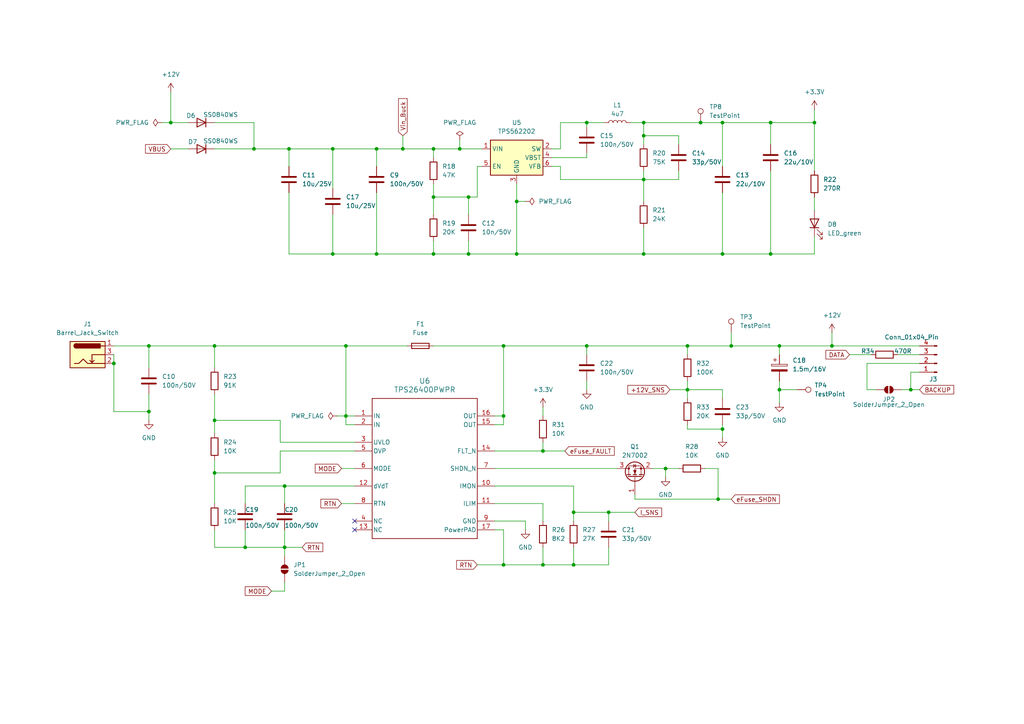
<source format=kicad_sch>
(kicad_sch (version 20250114) (generator "eeschema") (generator_version "9.0")
  (paper "A4")
  (title_block (title "Power and Regler"))
  (lib_symbols
    (symbol "2025-09-12_18-20-04:TPS26400PWPR" (pin_names (offset 0.254))
      (property "Reference" "U" (at 0 2.54 0))
      (property "Value" "TPS26400PWPR" (at 0 0 0))
      (symbol "TPS26400PWPR_0_1"
        (polyline (pts (xy 5.08 5.08) (xy 5.08 -35.56)) (stroke (width 0.2032)))
        (polyline (pts (xy 5.08 -35.56) (xy 35.56 -35.56)) (stroke (width 0.2032)))
        (polyline (pts (xy 35.56 5.08) (xy 5.08 5.08)) (stroke (width 0.2032)))
        (polyline (pts (xy 35.56 -35.56) (xy 35.56 5.08)) (stroke (width 0.2032)))
        (pin power_in line (at 0 0 0) (length 5.08) (name "IN") (number "1"))
        (pin power_in line (at 0 -2.54 0) (length 5.08) (name "IN") (number "2"))
        (pin unspecified line (at 0 -7.62 0) (length 5.08) (name "UVLO") (number "3"))
        (pin input line (at 0 -10.16 0) (length 5.08) (name "OVP") (number "5"))
        (pin input line (at 0 -15.24 0) (length 5.08) (name "MODE") (number "6"))
        (pin unspecified line (at 0 -20.32 0) (length 5.08) (name "dVdT") (number "12"))
        (pin unspecified line (at 0 -25.4 0) (length 5.08) (name "RTN") (number "8"))
        (pin unspecified line (at 0 -30.48 0) (length 5.08) (name "NC") (number "4"))
        (pin unspecified line (at 0 -33.02 0) (length 5.08) (name "NC") (number "13"))
        (pin power_in line (at 40.64 0 180) (length 5.08) (name "OUT") (number "16"))
        (pin power_in line (at 40.64 -2.54 180) (length 5.08) (name "OUT") (number "15"))
        (pin open_collector line (at 40.64 -10.16 180) (length 5.08) (name "FLT_N") (number "14"))
        (pin input line (at 40.64 -15.24 180) (length 5.08) (name "SHDN_N") (number "7"))
        (pin unspecified line (at 40.64 -20.32 180) (length 5.08) (name "IMON") (number "10"))
        (pin unspecified line (at 40.64 -25.4 180) (length 5.08) (name "ILIM") (number "11"))
        (pin power_in line (at 40.64 -30.48 180) (length 5.08) (name "GND") (number "9"))
        (pin unspecified line (at 40.64 -33.02 180) (length 5.08) (name "PowerPAD") (number "17"))
      )
    )
    (symbol "Connector:Barrel_Jack_Switch" (pin_names (hide yes))
      (property "Reference" "J" (at 0 5.334 0))
      (property "Value" "Barrel_Jack_Switch" (at 0 -5.08 0))
      (symbol "Barrel_Jack_Switch_0_1"
        (rectangle (start -5.08 3.81) (end 5.08 -3.81) (stroke (width 0.254)) (fill (type background)))
        (polyline (pts (xy -3.81 -2.54) (xy -2.54 -2.54) (xy -1.27 -1.27) (xy 0 -2.54) (xy 2.54 -2.54) (xy 5.08 -2.54)) (stroke (width 0.254)))
        (arc (start -3.302 1.905) (mid -3.9343 2.54) (end -3.302 3.175) (stroke (width 0.254)))
        (arc (start -3.302 1.905) (mid -3.9343 2.54) (end -3.302 3.175) (stroke (width 0.254)) (fill (type outline)))
        (polyline (pts (xy 1.27 -2.286) (xy 1.905 -1.651)) (stroke (width 0.254)))
        (rectangle (start 3.683 3.175) (end -3.302 1.905) (stroke (width 0.254)) (fill (type outline)))
        (polyline (pts (xy 5.08 2.54) (xy 3.81 2.54)) (stroke (width 0.254)))
        (polyline (pts (xy 5.08 0) (xy 1.27 0) (xy 1.27 -2.286) (xy 0.635 -1.651)) (stroke (width 0.254)))
      )
      (symbol "Barrel_Jack_Switch_1_1"
        (pin passive line (at 7.62 2.54 180) (length 2.54) (name "~") (number "1"))
        (pin passive line (at 7.62 0 180) (length 2.54) (name "~") (number "3"))
        (pin passive line (at 7.62 -2.54 180) (length 2.54) (name "~") (number "2"))
      )
    )
    (symbol "Connector:Conn_01x04_Pin" (pin_names (offset 1.016) (hide yes))
      (property "Reference" "J" (at 0 5.08 0))
      (property "Value" "Conn_01x04_Pin" (at 0 -7.62 0))
      (symbol "Conn_01x04_Pin_1_1"
        (rectangle (start 0.8636 2.667) (end 0 2.413) (stroke (width 0.1524)) (fill (type outline)))
        (rectangle (start 0.8636 0.127) (end 0 -0.127) (stroke (width 0.1524)) (fill (type outline)))
        (rectangle (start 0.8636 -2.413) (end 0 -2.667) (stroke (width 0.1524)) (fill (type outline)))
        (rectangle (start 0.8636 -4.953) (end 0 -5.207) (stroke (width 0.1524)) (fill (type outline)))
        (polyline (pts (xy 1.27 2.54) (xy 0.8636 2.54)) (stroke (width 0.1524)))
        (polyline (pts (xy 1.27 0) (xy 0.8636 0)) (stroke (width 0.1524)))
        (polyline (pts (xy 1.27 -2.54) (xy 0.8636 -2.54)) (stroke (width 0.1524)))
        (polyline (pts (xy 1.27 -5.08) (xy 0.8636 -5.08)) (stroke (width 0.1524)))
        (pin passive line (at 5.08 2.54 180) (length 3.81) (name "Pin_1") (number "1"))
        (pin passive line (at 5.08 0 180) (length 3.81) (name "Pin_2") (number "2"))
        (pin passive line (at 5.08 -2.54 180) (length 3.81) (name "Pin_3") (number "3"))
        (pin passive line (at 5.08 -5.08 180) (length 3.81) (name "Pin_4") (number "4"))
      )
    )
    (symbol "Connector:TestPoint" (pin_numbers (hide yes)) (pin_names (offset 0.762) (hide yes))
      (property "Reference" "TP" (at 0 6.858 0))
      (property "Value" "TestPoint" (at 0 5.08 0))
      (symbol "TestPoint_0_1"
        (circle (center 0 3.302) (radius 0.762))
      )
      (symbol "TestPoint_1_1"
        (pin passive line (at 0 0 90) (length 2.54) (name "1") (number "1"))
      )
    )
    (symbol "Device:C" (pin_numbers (hide yes)) (pin_names (offset 0.254))
      (property "Reference" "C" (at 0.635 2.54 0))
      (property "Value" "C" (at 0.635 -2.54 0))
      (symbol "C_0_1"
        (polyline (pts (xy -2.032 0.762) (xy 2.032 0.762)) (stroke (width 0.508)))
        (polyline (pts (xy -2.032 -0.762) (xy 2.032 -0.762)) (stroke (width 0.508)))
      )
      (symbol "C_1_1"
        (pin passive line (at 0 3.81 270) (length 2.794) (name "~") (number "1"))
        (pin passive line (at 0 -3.81 90) (length 2.794) (name "~") (number "2"))
      )
    )
    (symbol "Device:C_Polarized" (pin_numbers (hide yes)) (pin_names (offset 0.254))
      (property "Reference" "C" (at 0.635 2.54 0))
      (property "Value" "C_Polarized" (at 0.635 -2.54 0))
      (symbol "C_Polarized_0_1"
        (rectangle (start -2.286 0.508) (end 2.286 1.016))
        (polyline (pts (xy -1.778 2.286) (xy -0.762 2.286)))
        (polyline (pts (xy -1.27 2.794) (xy -1.27 1.778)))
        (rectangle (start 2.286 -0.508) (end -2.286 -1.016) (fill (type outline)))
      )
      (symbol "C_Polarized_1_1"
        (pin passive line (at 0 3.81 270) (length 2.794) (name "~") (number "1"))
        (pin passive line (at 0 -3.81 90) (length 2.794) (name "~") (number "2"))
      )
    )
    (symbol "Device:D" (pin_numbers (hide yes)) (pin_names (offset 1.016) (hide yes))
      (property "Reference" "D" (at 0 2.54 0))
      (property "Value" "D" (at 0 -2.54 0))
      (symbol "D_0_1"
        (polyline (pts (xy -1.27 1.27) (xy -1.27 -1.27)) (stroke (width 0.254)))
        (polyline (pts (xy 1.27 1.27) (xy 1.27 -1.27) (xy -1.27 0) (xy 1.27 1.27)) (stroke (width 0.254)))
        (polyline (pts (xy 1.27 0) (xy -1.27 0)))
      )
      (symbol "D_1_1"
        (pin passive line (at -3.81 0 0) (length 2.54) (name "K") (number "1"))
        (pin passive line (at 3.81 0 180) (length 2.54) (name "A") (number "2"))
      )
    )
    (symbol "Device:Fuse" (pin_numbers (hide yes)) (pin_names (offset 0))
      (property "Reference" "F" (at 2.032 0 90))
      (property "Value" "Fuse" (at -1.905 0 90))
      (symbol "Fuse_0_1"
        (rectangle (start -0.762 -2.54) (end 0.762 2.54) (stroke (width 0.254)))
        (polyline (pts (xy 0 2.54) (xy 0 -2.54)))
      )
      (symbol "Fuse_1_1"
        (pin passive line (at 0 3.81 270) (length 1.27) (name "~") (number "1"))
        (pin passive line (at 0 -3.81 90) (length 1.27) (name "~") (number "2"))
      )
    )
    (symbol "Device:L" (pin_numbers (hide yes)) (pin_names (offset 1.016) (hide yes))
      (property "Reference" "L" (at -1.27 0 90))
      (property "Value" "L" (at 1.905 0 90))
      (symbol "L_0_1"
        (arc (start 0 2.54) (mid 0.6323 1.905) (end 0 1.27))
        (arc (start 0 1.27) (mid 0.6323 0.635) (end 0 0))
        (arc (start 0 0) (mid 0.6323 -0.635) (end 0 -1.27))
        (arc (start 0 -1.27) (mid 0.6323 -1.905) (end 0 -2.54))
      )
      (symbol "L_1_1"
        (pin passive line (at 0 3.81 270) (length 1.27) (name "1") (number "1"))
        (pin passive line (at 0 -3.81 90) (length 1.27) (name "2") (number "2"))
      )
    )
    (symbol "Device:LED" (pin_numbers (hide yes)) (pin_names (offset 1.016) (hide yes))
      (property "Reference" "D" (at 0 2.54 0))
      (property "Value" "LED" (at 0 -2.54 0))
      (symbol "LED_0_1"
        (polyline (pts (xy -3.048 -0.762) (xy -4.572 -2.286) (xy -3.81 -2.286) (xy -4.572 -2.286) (xy -4.572 -1.524)))
        (polyline (pts (xy -1.778 -0.762) (xy -3.302 -2.286) (xy -2.54 -2.286) (xy -3.302 -2.286) (xy -3.302 -1.524)))
        (polyline (pts (xy -1.27 0) (xy 1.27 0)))
        (polyline (pts (xy -1.27 -1.27) (xy -1.27 1.27)) (stroke (width 0.254)))
        (polyline (pts (xy 1.27 -1.27) (xy 1.27 1.27) (xy -1.27 0) (xy 1.27 -1.27)) (stroke (width 0.254)))
      )
      (symbol "LED_1_1"
        (pin passive line (at -3.81 0 0) (length 2.54) (name "K") (number "1"))
        (pin passive line (at 3.81 0 180) (length 2.54) (name "A") (number "2"))
      )
    )
    (symbol "Device:R" (pin_numbers (hide yes)) (pin_names (offset 0))
      (property "Reference" "R" (at 2.032 0 90))
      (property "Value" "R" (at 0 0 90))
      (symbol "R_0_1"
        (rectangle (start -1.016 -2.54) (end 1.016 2.54) (stroke (width 0.254)))
      )
      (symbol "R_1_1"
        (pin passive line (at 0 3.81 270) (length 1.27) (name "~") (number "1"))
        (pin passive line (at 0 -3.81 90) (length 1.27) (name "~") (number "2"))
      )
    )
    (symbol "Jumper:SolderJumper_2_Open" (pin_numbers (hide yes)) (pin_names (offset 0) (hide yes)) (in_bom no)
      (property "Reference" "JP" (at 0 2.032 0))
      (property "Value" "SolderJumper_2_Open" (at 0 -2.54 0))
      (symbol "SolderJumper_2_Open_0_1"
        (polyline (pts (xy -0.254 1.016) (xy -0.254 -1.016)))
        (arc (start -0.254 -1.016) (mid -1.2656 0) (end -0.254 1.016))
        (arc (start -0.254 -1.016) (mid -1.2656 0) (end -0.254 1.016) (fill (type outline)))
        (arc (start 0.254 1.016) (mid 1.2656 0) (end 0.254 -1.016))
        (arc (start 0.254 1.016) (mid 1.2656 0) (end 0.254 -1.016) (fill (type outline)))
        (polyline (pts (xy 0.254 1.016) (xy 0.254 -1.016)))
      )
      (symbol "SolderJumper_2_Open_1_1"
        (pin passive line (at -3.81 0 0) (length 2.54) (name "A") (number "1"))
        (pin passive line (at 3.81 0 180) (length 2.54) (name "B") (number "2"))
      )
    )
    (symbol "Regulator_Switching:TPS562202"
      (property "Reference" "U" (at -7.62 6.35 0))
      (property "Value" "TPS562202" (at -2.54 6.35 0))
      (symbol "TPS562202_0_1"
        (rectangle (start -7.62 5.08) (end 7.62 -5.08) (stroke (width 0.254)) (fill (type background)))
      )
      (symbol "TPS562202_1_1"
        (pin power_in line (at -10.16 2.54 0) (length 2.54) (name "VIN") (number "1"))
        (pin input line (at -10.16 -2.54 0) (length 2.54) (name "EN") (number "5"))
        (pin power_in line (at 0 -7.62 90) (length 2.54) (name "GND") (number "3"))
        (pin output line (at 10.16 2.54 180) (length 2.54) (name "SW") (number "2"))
        (pin passive line (at 10.16 0 180) (length 2.54) (name "VBST") (number "4"))
        (pin input line (at 10.16 -2.54 180) (length 2.54) (name "VFB") (number "6"))
      )
    )
    (symbol "Transistor_FET:2N7002" (pin_names (hide yes))
      (property "Reference" "Q" (at 5.08 1.905 0))
      (property "Value" "2N7002" (at 5.08 0 0))
      (symbol "2N7002_0_1"
        (polyline (pts (xy 0.254 1.905) (xy 0.254 -1.905)) (stroke (width 0.254)))
        (polyline (pts (xy 0.254 0) (xy -2.54 0)))
        (polyline (pts (xy 0.762 2.286) (xy 0.762 1.27)) (stroke (width 0.254)))
        (polyline (pts (xy 0.762 0.508) (xy 0.762 -0.508)) (stroke (width 0.254)))
        (polyline (pts (xy 0.762 -1.27) (xy 0.762 -2.286)) (stroke (width 0.254)))
        (polyline (pts (xy 0.762 -1.778) (xy 3.302 -1.778) (xy 3.302 1.778) (xy 0.762 1.778)))
        (polyline (pts (xy 1.016 0) (xy 2.032 0.381) (xy 2.032 -0.381) (xy 1.016 0)) (fill (type outline)))
        (circle (center 1.651 0) (radius 2.794) (stroke (width 0.254)))
        (polyline (pts (xy 2.54 2.54) (xy 2.54 1.778)))
        (circle (center 2.54 1.778) (radius 0.254) (fill (type outline)))
        (circle (center 2.54 -1.778) (radius 0.254) (fill (type outline)))
        (polyline (pts (xy 2.54 -2.54) (xy 2.54 0) (xy 0.762 0)))
        (polyline (pts (xy 2.794 0.508) (xy 2.921 0.381) (xy 3.683 0.381) (xy 3.81 0.254)))
        (polyline (pts (xy 3.302 0.381) (xy 2.921 -0.254) (xy 3.683 -0.254) (xy 3.302 0.381)))
      )
      (symbol "2N7002_1_1"
        (pin input line (at -5.08 0 0) (length 2.54) (name "G") (number "1"))
        (pin passive line (at 2.54 5.08 270) (length 2.54) (name "D") (number "3"))
        (pin passive line (at 2.54 -5.08 90) (length 2.54) (name "S") (number "2"))
      )
    )
    (symbol "power:+12V" (power) (pin_numbers (hide yes)) (pin_names (offset 0) (hide yes))
      (property "Value" "+12V" (at 0 3.556 0))
      (symbol "+12V_0_1"
        (polyline (pts (xy -0.762 1.27) (xy 0 2.54)))
        (polyline (pts (xy 0 2.54) (xy 0.762 1.27)))
        (polyline (pts (xy 0 0) (xy 0 2.54)))
      )
      (symbol "+12V_1_1"
        (pin power_in line (at 0 0 90) (length 0) (name "~") (number "1"))
      )
    )
    (symbol "power:+3.3V" (power) (pin_numbers (hide yes)) (pin_names (offset 0) (hide yes))
      (property "Value" "+3.3V" (at 0 3.556 0))
      (symbol "+3.3V_0_1"
        (polyline (pts (xy -0.762 1.27) (xy 0 2.54)))
        (polyline (pts (xy 0 2.54) (xy 0.762 1.27)))
        (polyline (pts (xy 0 0) (xy 0 2.54)))
      )
      (symbol "+3.3V_1_1"
        (pin power_in line (at 0 0 90) (length 0) (name "~") (number "1"))
      )
    )
    (symbol "power:GND" (power) (pin_numbers (hide yes)) (pin_names (offset 0) (hide yes))
      (property "Value" "GND" (at 0 -3.81 0))
      (symbol "GND_0_1"
        (polyline (pts (xy 0 0) (xy 0 -1.27) (xy 1.27 -1.27) (xy 0 -2.54) (xy -1.27 -1.27) (xy 0 -1.27)))
      )
      (symbol "GND_1_1"
        (pin power_in line (at 0 0 270) (length 0) (name "~") (number "1"))
      )
    )
    (symbol "power:PWR_FLAG" (power) (pin_numbers (hide yes)) (pin_names (offset 0) (hide yes))
      (property "Value" "PWR_FLAG" (at 0 3.81 0))
      (symbol "PWR_FLAG_0_0"
        (pin power_out line (at 0 0 90) (length 0) (name "~") (number "1"))
      )
      (symbol "PWR_FLAG_0_1"
        (polyline (pts (xy 0 0) (xy 0 1.27) (xy -1.016 1.905) (xy 0 2.54) (xy 1.016 1.905) (xy 0 1.27)))
      )
    )
  )
  (junction (at 116.84 43.18))
  (junction (at 209.55 73.66))
  (junction (at 125.73 73.66))
  (junction (at 62.23 121.92))
  (junction (at 203.2 35.56))
  (junction (at 236.22 35.56))
  (junction (at 82.55 140.97))
  (junction (at 33.02 105.41))
  (junction (at 71.12 158.75))
  (junction (at 133.35 43.18))
  (junction (at 157.48 163.83))
  (junction (at 149.86 58.42))
  (junction (at 73.66 43.18))
  (junction (at 199.39 113.03))
  (junction (at 83.82 43.18))
  (junction (at 193.04 135.89))
  (junction (at 146.05 120.65))
  (junction (at 264.16 113.03))
  (junction (at 100.33 100.33))
  (junction (at 226.06 113.03))
  (junction (at 109.22 43.18))
  (junction (at 176.53 148.59))
  (junction (at 100.33 120.65))
  (junction (at 170.18 35.56))
  (junction (at 135.89 73.66))
  (junction (at 186.69 52.07))
  (junction (at 170.18 100.33))
  (junction (at 49.53 35.56))
  (junction (at 43.18 119.38))
  (junction (at 109.22 73.66))
  (junction (at 135.89 57.15))
  (junction (at 62.23 137.16))
  (junction (at 166.37 148.59))
  (junction (at 186.69 39.37))
  (junction (at 125.73 43.18))
  (junction (at 43.18 100.33))
  (junction (at 223.52 73.66))
  (junction (at 146.05 100.33))
  (junction (at 96.52 73.66))
  (junction (at 241.3 100.33))
  (junction (at 209.55 35.56))
  (junction (at 146.05 163.83))
  (junction (at 62.23 100.33))
  (junction (at 186.69 35.56))
  (junction (at 208.28 144.78))
  (junction (at 157.48 130.81))
  (junction (at 125.73 57.15))
  (junction (at 226.06 100.33))
  (junction (at 166.37 163.83))
  (junction (at 186.69 73.66))
  (junction (at 96.52 43.18))
  (junction (at 82.55 158.75))
  (junction (at 223.52 35.56))
  (junction (at 149.86 73.66))
  (junction (at 209.55 124.46))
  (junction (at 199.39 100.33))
  (junction (at 212.09 100.33))
  (no_connect (at 102.87 151.13))
  (no_connect (at 102.87 153.67))
  (wire (pts (xy 203.2 35.56) (xy 209.55 35.56)))
  (wire (pts (xy 83.82 43.18) (xy 96.52 43.18)))
  (wire (pts (xy 162.56 48.26) (xy 162.56 52.07)))
  (wire (pts (xy 125.73 57.15) (xy 125.73 62.23)))
  (wire (pts (xy 182.88 35.56) (xy 186.69 35.56)))
  (wire (pts (xy 143.51 146.05) (xy 157.48 146.05)))
  (wire (pts (xy 160.02 48.26) (xy 162.56 48.26)))
  (wire (pts (xy 125.73 100.33) (xy 146.05 100.33)))
  (wire (pts (xy 162.56 43.18) (xy 160.02 43.18)))
  (wire (pts (xy 96.52 54.61) (xy 96.52 43.18)))
  (wire (pts (xy 82.55 140.97) (xy 82.55 146.05)))
  (wire (pts (xy 260.35 102.87) (xy 266.7 102.87)))
  (wire (pts (xy 176.53 158.75) (xy 176.53 163.83)))
  (wire (pts (xy 33.02 102.87) (xy 33.02 105.41)))
  (wire (pts (xy 146.05 120.65) (xy 146.05 123.19)))
  (wire (pts (xy 100.33 120.65) (xy 100.33 100.33)))
  (wire (pts (xy 146.05 100.33) (xy 146.05 120.65)))
  (wire (pts (xy 152.4 58.42) (xy 149.86 58.42)))
  (wire (pts (xy 208.28 135.89) (xy 204.47 135.89)))
  (wire (pts (xy 199.39 100.33) (xy 199.39 102.87)))
  (wire (pts (xy 251.46 113.03) (xy 254 113.03)))
  (wire (pts (xy 49.53 43.18) (xy 54.61 43.18)))
  (wire (pts (xy 83.82 55.88) (xy 83.82 73.66)))
  (wire (pts (xy 166.37 158.75) (xy 166.37 163.83)))
  (wire (pts (xy 199.39 110.49) (xy 199.39 113.03)))
  (wire (pts (xy 170.18 35.56) (xy 175.26 35.56)))
  (wire (pts (xy 109.22 73.66) (xy 125.73 73.66)))
  (wire (pts (xy 170.18 44.45) (xy 170.18 45.72)))
  (wire (pts (xy 82.55 158.75) (xy 82.55 161.29)))
  (wire (pts (xy 62.23 137.16) (xy 62.23 146.05)))
  (wire (pts (xy 266.7 105.41) (xy 251.46 105.41)))
  (wire (pts (xy 135.89 57.15) (xy 125.73 57.15)))
  (wire (pts (xy 170.18 100.33) (xy 170.18 102.87)))
  (wire (pts (xy 83.82 48.26) (xy 83.82 43.18)))
  (wire (pts (xy 62.23 100.33) (xy 100.33 100.33)))
  (wire (pts (xy 186.69 35.56) (xy 186.69 39.37)))
  (wire (pts (xy 223.52 73.66) (xy 236.22 73.66)))
  (wire (pts (xy 157.48 128.27) (xy 157.48 130.81)))
  (wire (pts (xy 146.05 163.83) (xy 138.43 163.83)))
  (wire (pts (xy 186.69 49.53) (xy 186.69 52.07)))
  (wire (pts (xy 170.18 35.56) (xy 170.18 36.83)))
  (wire (pts (xy 176.53 151.13) (xy 176.53 148.59)))
  (wire (pts (xy 152.4 151.13) (xy 152.4 153.67)))
  (wire (pts (xy 62.23 133.35) (xy 62.23 137.16)))
  (wire (pts (xy 226.06 113.03) (xy 231.14 113.03)))
  (wire (pts (xy 226.06 110.49) (xy 226.06 113.03)))
  (wire (pts (xy 223.52 49.53) (xy 223.52 73.66)))
  (wire (pts (xy 143.51 153.67) (xy 146.05 153.67)))
  (wire (pts (xy 62.23 35.56) (xy 73.66 35.56)))
  (wire (pts (xy 196.85 52.07) (xy 186.69 52.07)))
  (wire (pts (xy 62.23 137.16) (xy 81.28 137.16)))
  (wire (pts (xy 264.16 113.03) (xy 266.7 113.03)))
  (wire (pts (xy 209.55 115.57) (xy 209.55 113.03)))
  (wire (pts (xy 209.55 124.46) (xy 209.55 123.19)))
  (wire (pts (xy 97.79 120.65) (xy 100.33 120.65)))
  (wire (pts (xy 209.55 124.46) (xy 209.55 127)))
  (wire (pts (xy 209.55 113.03) (xy 199.39 113.03)))
  (wire (pts (xy 125.73 43.18) (xy 133.35 43.18)))
  (wire (pts (xy 226.06 113.03) (xy 226.06 116.84)))
  (wire (pts (xy 146.05 123.19) (xy 143.51 123.19)))
  (wire (pts (xy 264.16 107.95) (xy 266.7 107.95)))
  (wire (pts (xy 264.16 113.03) (xy 264.16 107.95)))
  (wire (pts (xy 166.37 163.83) (xy 176.53 163.83)))
  (wire (pts (xy 166.37 140.97) (xy 166.37 148.59)))
  (wire (pts (xy 71.12 140.97) (xy 71.12 146.05)))
  (wire (pts (xy 149.86 53.34) (xy 149.86 58.42)))
  (wire (pts (xy 43.18 119.38) (xy 43.18 121.92)))
  (wire (pts (xy 236.22 68.58) (xy 236.22 73.66)))
  (wire (pts (xy 71.12 158.75) (xy 82.55 158.75)))
  (wire (pts (xy 143.51 140.97) (xy 166.37 140.97)))
  (wire (pts (xy 33.02 105.41) (xy 33.02 119.38)))
  (wire (pts (xy 143.51 135.89) (xy 179.07 135.89)))
  (wire (pts (xy 81.28 130.81) (xy 81.28 137.16)))
  (wire (pts (xy 226.06 100.33) (xy 241.3 100.33)))
  (wire (pts (xy 160.02 45.72) (xy 170.18 45.72)))
  (wire (pts (xy 186.69 52.07) (xy 186.69 58.42)))
  (wire (pts (xy 209.55 73.66) (xy 223.52 73.66)))
  (wire (pts (xy 146.05 100.33) (xy 170.18 100.33)))
  (wire (pts (xy 73.66 35.56) (xy 73.66 43.18)))
  (wire (pts (xy 157.48 130.81) (xy 163.83 130.81)))
  (wire (pts (xy 100.33 120.65) (xy 100.33 123.19)))
  (wire (pts (xy 241.3 96.52) (xy 241.3 100.33)))
  (wire (pts (xy 116.84 43.18) (xy 125.73 43.18)))
  (wire (pts (xy 193.04 135.89) (xy 193.04 138.43)))
  (wire (pts (xy 102.87 120.65) (xy 100.33 120.65)))
  (wire (pts (xy 100.33 123.19) (xy 102.87 123.19)))
  (wire (pts (xy 189.23 135.89) (xy 193.04 135.89)))
  (wire (pts (xy 133.35 43.18) (xy 139.7 43.18)))
  (wire (pts (xy 49.53 26.67) (xy 49.53 35.56)))
  (wire (pts (xy 209.55 55.88) (xy 209.55 73.66)))
  (wire (pts (xy 125.73 43.18) (xy 125.73 45.72)))
  (wire (pts (xy 102.87 128.27) (xy 81.28 128.27)))
  (wire (pts (xy 33.02 100.33) (xy 43.18 100.33)))
  (wire (pts (xy 62.23 158.75) (xy 71.12 158.75)))
  (wire (pts (xy 143.51 151.13) (xy 152.4 151.13)))
  (wire (pts (xy 96.52 62.23) (xy 96.52 73.66)))
  (wire (pts (xy 43.18 114.3) (xy 43.18 119.38)))
  (wire (pts (xy 236.22 35.56) (xy 223.52 35.56)))
  (wire (pts (xy 99.06 135.89) (xy 102.87 135.89)))
  (wire (pts (xy 226.06 100.33) (xy 226.06 102.87)))
  (wire (pts (xy 62.23 121.92) (xy 62.23 125.73)))
  (wire (pts (xy 43.18 100.33) (xy 43.18 106.68)))
  (wire (pts (xy 96.52 73.66) (xy 109.22 73.66)))
  (wire (pts (xy 199.39 100.33) (xy 212.09 100.33)))
  (wire (pts (xy 96.52 43.18) (xy 109.22 43.18)))
  (wire (pts (xy 170.18 100.33) (xy 199.39 100.33)))
  (wire (pts (xy 81.28 128.27) (xy 81.28 121.92)))
  (wire (pts (xy 82.55 171.45) (xy 78.74 171.45)))
  (wire (pts (xy 139.7 48.26) (xy 138.43 48.26)))
  (wire (pts (xy 135.89 57.15) (xy 135.89 62.23)))
  (wire (pts (xy 170.18 110.49) (xy 170.18 113.03)))
  (wire (pts (xy 212.09 100.33) (xy 226.06 100.33)))
  (wire (pts (xy 100.33 100.33) (xy 118.11 100.33)))
  (wire (pts (xy 196.85 41.91) (xy 196.85 39.37)))
  (wire (pts (xy 83.82 73.66) (xy 96.52 73.66)))
  (wire (pts (xy 236.22 57.15) (xy 236.22 60.96)))
  (wire (pts (xy 212.09 96.52) (xy 212.09 100.33)))
  (wire (pts (xy 135.89 69.85) (xy 135.89 73.66)))
  (wire (pts (xy 199.39 113.03) (xy 199.39 115.57)))
  (wire (pts (xy 236.22 35.56) (xy 236.22 49.53)))
  (wire (pts (xy 146.05 153.67) (xy 146.05 163.83)))
  (wire (pts (xy 125.73 73.66) (xy 135.89 73.66)))
  (wire (pts (xy 82.55 153.67) (xy 82.55 158.75)))
  (wire (pts (xy 199.39 123.19) (xy 199.39 124.46)))
  (wire (pts (xy 196.85 39.37) (xy 186.69 39.37)))
  (wire (pts (xy 138.43 48.26) (xy 138.43 57.15)))
  (wire (pts (xy 62.23 153.67) (xy 62.23 158.75)))
  (wire (pts (xy 162.56 35.56) (xy 170.18 35.56)))
  (wire (pts (xy 209.55 35.56) (xy 223.52 35.56)))
  (wire (pts (xy 81.28 121.92) (xy 62.23 121.92)))
  (wire (pts (xy 143.51 120.65) (xy 146.05 120.65)))
  (wire (pts (xy 149.86 58.42) (xy 149.86 73.66)))
  (wire (pts (xy 125.73 57.15) (xy 125.73 53.34)))
  (wire (pts (xy 99.06 146.05) (xy 102.87 146.05)))
  (wire (pts (xy 157.48 146.05) (xy 157.48 151.13)))
  (wire (pts (xy 157.48 118.11) (xy 157.48 120.65)))
  (wire (pts (xy 138.43 57.15) (xy 135.89 57.15)))
  (wire (pts (xy 157.48 158.75) (xy 157.48 163.83)))
  (wire (pts (xy 62.23 43.18) (xy 73.66 43.18)))
  (wire (pts (xy 184.15 144.78) (xy 208.28 144.78)))
  (wire (pts (xy 71.12 153.67) (xy 71.12 158.75)))
  (wire (pts (xy 208.28 144.78) (xy 212.09 144.78)))
  (wire (pts (xy 125.73 69.85) (xy 125.73 73.66)))
  (wire (pts (xy 261.62 113.03) (xy 264.16 113.03)))
  (wire (pts (xy 162.56 52.07) (xy 186.69 52.07)))
  (wire (pts (xy 33.02 119.38) (xy 43.18 119.38)))
  (wire (pts (xy 194.31 113.03) (xy 199.39 113.03)))
  (wire (pts (xy 62.23 100.33) (xy 62.23 106.68)))
  (wire (pts (xy 199.39 124.46) (xy 209.55 124.46)))
  (wire (pts (xy 196.85 49.53) (xy 196.85 52.07)))
  (wire (pts (xy 109.22 55.88) (xy 109.22 73.66)))
  (wire (pts (xy 193.04 135.89) (xy 196.85 135.89)))
  (wire (pts (xy 246.38 102.87) (xy 252.73 102.87)))
  (wire (pts (xy 209.55 35.56) (xy 209.55 48.26)))
  (wire (pts (xy 82.55 168.91) (xy 82.55 171.45)))
  (wire (pts (xy 186.69 39.37) (xy 186.69 41.91)))
  (wire (pts (xy 162.56 35.56) (xy 162.56 43.18)))
  (wire (pts (xy 184.15 143.51) (xy 184.15 144.78)))
  (wire (pts (xy 236.22 31.75) (xy 236.22 35.56)))
  (wire (pts (xy 82.55 158.75) (xy 87.63 158.75)))
  (wire (pts (xy 223.52 35.56) (xy 223.52 41.91)))
  (wire (pts (xy 251.46 105.41) (xy 251.46 113.03)))
  (wire (pts (xy 102.87 130.81) (xy 81.28 130.81)))
  (wire (pts (xy 166.37 163.83) (xy 157.48 163.83)))
  (wire (pts (xy 46.99 35.56) (xy 49.53 35.56)))
  (wire (pts (xy 82.55 140.97) (xy 71.12 140.97)))
  (wire (pts (xy 43.18 100.33) (xy 62.23 100.33)))
  (wire (pts (xy 82.55 140.97) (xy 102.87 140.97)))
  (wire (pts (xy 62.23 114.3) (xy 62.23 121.92)))
  (wire (pts (xy 143.51 130.81) (xy 157.48 130.81)))
  (wire (pts (xy 186.69 35.56) (xy 203.2 35.56)))
  (wire (pts (xy 208.28 144.78) (xy 208.28 135.89)))
  (wire (pts (xy 49.53 35.56) (xy 54.61 35.56)))
  (wire (pts (xy 241.3 100.33) (xy 266.7 100.33)))
  (wire (pts (xy 109.22 43.18) (xy 116.84 43.18)))
  (wire (pts (xy 186.69 66.04) (xy 186.69 73.66)))
  (wire (pts (xy 133.35 40.64) (xy 133.35 43.18)))
  (wire (pts (xy 149.86 73.66) (xy 186.69 73.66)))
  (wire (pts (xy 186.69 73.66) (xy 209.55 73.66)))
  (wire (pts (xy 166.37 148.59) (xy 176.53 148.59)))
  (wire (pts (xy 176.53 148.59) (xy 184.15 148.59)))
  (wire (pts (xy 135.89 73.66) (xy 149.86 73.66)))
  (wire (pts (xy 109.22 48.26) (xy 109.22 43.18)))
  (wire (pts (xy 157.48 163.83) (xy 146.05 163.83)))
  (wire (pts (xy 116.84 39.37) (xy 116.84 43.18)))
  (wire (pts (xy 166.37 148.59) (xy 166.37 151.13)))
  (wire (pts (xy 73.66 43.18) (xy 83.82 43.18)))
  (global_label "eFuse_FAULT" (shape input) (at 163.83 130.81 0) (property "Intersheetrefs" "${INTERSHEET_REFS}" (effects (hide yes))))
  (global_label "RTN" (shape input) (at 87.63 158.75 0) (property "Intersheetrefs" "${INTERSHEET_REFS}" (effects (hide yes))))
  (global_label "eFuse_SHDN" (shape input) (at 212.09 144.78 0) (property "Intersheetrefs" "${INTERSHEET_REFS}" (effects (hide yes))))
  (global_label "MODE" (shape input) (at 78.74 171.45 180) (property "Intersheetrefs" "${INTERSHEET_REFS}" (effects (hide yes))))
  (global_label "BACKUP" (shape input) (at 266.7 113.03 0) (property "Intersheetrefs" "${INTERSHEET_REFS}" (effects (hide yes))))
  (global_label "VBUS" (shape input) (at 49.53 43.18 180) (property "Intersheetrefs" "${INTERSHEET_REFS}" (effects (hide yes))))
  (global_label "MODE" (shape input) (at 99.06 135.89 180) (property "Intersheetrefs" "${INTERSHEET_REFS}" (effects (hide yes))))
  (global_label "RTN" (shape input) (at 138.43 163.83 180) (property "Intersheetrefs" "${INTERSHEET_REFS}" (effects (hide yes))))
  (global_label "RTN" (shape input) (at 99.06 146.05 180) (property "Intersheetrefs" "${INTERSHEET_REFS}" (effects (hide yes))))
  (global_label "I_SNS" (shape input) (at 184.15 148.59 0) (property "Intersheetrefs" "${INTERSHEET_REFS}" (effects (hide yes))))
  (global_label "+12V_SNS" (shape input) (at 194.31 113.03 180) (property "Intersheetrefs" "${INTERSHEET_REFS}" (effects (hide yes))))
  (global_label "DATA" (shape input) (at 246.38 102.87 180) (property "Intersheetrefs" "${INTERSHEET_REFS}" (effects (hide yes))))
  (global_label "Vin_Buck" (shape input) (at 116.84 39.37 90) (property "Intersheetrefs" "${INTERSHEET_REFS}" (effects (hide yes))))
  (symbol (lib_id "Transistor_FET:2N7002") (at 184.15 138.43 90) (unit 1)
    (property "Reference" "Q1" (at 184.15 129.54 90))
    (property "Value" "2N7002" (at 184.15 132.08 90))
    (property "Footprint" "Package_TO_SOT_SMD:SOT-23" (effects (hide yes)))
    (property "Datasheet" "https://www.onsemi.com/pub/Collateral/NDS7002A-D.PDF" (effects (hide yes)))
    (property "Description" "0.115A Id, 60V Vds, N-Channel MOSFET, SOT-23" (effects (hide yes)))
  )
  (symbol (lib_id "Device:C") (at 209.55 52.07 0) (unit 1)
    (property "Reference" "C13" (at 213.36 50.7999 0) (effects (justify left)))
    (property "Value" "22u/10V" (at 213.36 53.3399 0) (effects (justify left)))
    (property "Footprint" "Capacitor_SMD:C_1206_3216Metric" (effects (hide yes)))
    (property "Description" "Unpolarized capacitor" (effects (hide yes)))
  )
  (symbol (lib_id "Device:C") (at 82.55 149.86 180) (unit 1)
    (property "Reference" "C20" (at 82.55 147.828 0) (effects (justify right)))
    (property "Value" "100n/50V" (at 82.55 152.4 0) (effects (justify right)))
    (property "Footprint" "Capacitor_SMD:C_0603_1608Metric" (effects (hide yes)))
    (property "Description" "Unpolarized capacitor" (effects (hide yes)))
  )
  (symbol (lib_id "Device:C") (at 170.18 106.68 0) (unit 1)
    (property "Reference" "C22" (at 173.99 105.4099 0) (effects (justify left)))
    (property "Value" "100n/50V" (at 173.99 107.9499 0) (effects (justify left)))
    (property "Footprint" "Capacitor_SMD:C_0603_1608Metric" (effects (hide yes)))
    (property "Description" "Unpolarized capacitor" (effects (hide yes)))
  )
  (symbol (lib_id "Device:Fuse") (at 121.92 100.33 90) (unit 1)
    (property "Reference" "F1" (at 121.92 93.98 90))
    (property "Value" "Fuse" (at 121.92 96.52 90))
    (property "Footprint" "Fuse:Fuse_1206_3216Metric" (effects (hide yes)))
    (property "Description" "Fuse" (effects (hide yes)))
  )
  (symbol (lib_id "Connector:Conn_01x04_Pin") (at 271.78 105.41 180) (unit 1)
    (property "Reference" "J3" (at 269.494 109.982 0) (effects (justify right)))
    (property "Value" "Conn_01x04_Pin" (at 256.54 97.79 0) (effects (justify right)))
    (property "Footprint" "Connector_JST:JST_XH_B4B-XH-A_1x04_P2.50mm_Vertical" (effects (hide yes)))
    (property "Description" "Generic connector, single row, 01x04, script generated" (effects (hide yes)))
  )
  (symbol (lib_id "power:+3.3V") (at 157.48 118.11 0) (unit 1)
    (property "Reference" "#PWR07" (effects (hide yes)))
    (property "Value" "+3.3V" (at 157.48 113.03 0))
    (property "Description" "Power symbol creates a global label with name \"+3.3V\"" (effects (hide yes)))
  )
  (symbol (lib_id "Device:R") (at 125.73 66.04 0) (unit 1)
    (property "Reference" "R19" (at 128.27 64.7699 0) (effects (justify left)))
    (property "Value" "20K" (at 128.27 67.3099 0) (effects (justify left)))
    (property "Footprint" "Resistor_SMD:R_0603_1608Metric" (effects (hide yes)))
    (property "Description" "Resistor" (effects (hide yes)))
  )
  (symbol (lib_id "Device:C") (at 96.52 58.42 0) (unit 1)
    (property "Reference" "C17" (at 100.33 57.1499 0) (effects (justify left)))
    (property "Value" "10u/25V" (at 100.33 59.6899 0) (effects (justify left)))
    (property "Footprint" "Capacitor_SMD:C_1206_3216Metric" (effects (hide yes)))
    (property "Description" "Unpolarized capacitor" (effects (hide yes)))
  )
  (symbol (lib_id "Device:R") (at 186.69 45.72 0) (unit 1)
    (property "Reference" "R20" (at 189.23 44.4499 0) (effects (justify left)))
    (property "Value" "75K" (at 189.23 46.9899 0) (effects (justify left)))
    (property "Footprint" "Resistor_SMD:R_0603_1608Metric" (effects (hide yes)))
    (property "Description" "Resistor" (effects (hide yes)))
  )
  (symbol (lib_id "Connector:TestPoint") (at 212.09 96.52 0) (unit 1)
    (property "Reference" "TP3" (at 214.63 91.9479 0) (effects (justify left)))
    (property "Value" "TestPoint" (at 214.63 94.4879 0) (effects (justify left)))
    (property "Footprint" "TestPoint:TestPoint_Pad_D1.0mm" (effects (hide yes)))
    (property "Description" "test point" (effects (hide yes)))
  )
  (symbol (lib_id "power:PWR_FLAG") (at 133.35 40.64 0) (unit 1)
    (property "Reference" "#FLG02" (effects (hide yes)))
    (property "Value" "PWR_FLAG" (at 133.35 35.56 0))
    (property "Description" "Special symbol for telling ERC where power comes from" (effects (hide yes)))
  )
  (symbol (lib_id "Device:R") (at 62.23 129.54 0) (unit 1)
    (property "Reference" "R24" (at 64.77 128.2699 0) (effects (justify left)))
    (property "Value" "10K" (at 64.77 130.8099 0) (effects (justify left)))
    (property "Footprint" "Resistor_SMD:R_0603_1608Metric" (effects (hide yes)))
    (property "Description" "Resistor" (effects (hide yes)))
  )
  (symbol (lib_id "power:PWR_FLAG") (at 46.99 35.56 90) (unit 1)
    (property "Reference" "#FLG01" (effects (hide yes)))
    (property "Value" "PWR_FLAG" (at 43.18 35.5599 90) (effects (justify left)))
    (property "Description" "Special symbol for telling ERC where power comes from" (effects (hide yes)))
  )
  (symbol (lib_id "Device:R") (at 199.39 106.68 180) (unit 1)
    (property "Reference" "R32" (at 201.93 105.4099 0) (effects (justify right)))
    (property "Value" "100K" (at 201.93 107.9499 0) (effects (justify right)))
    (property "Footprint" "Resistor_SMD:R_0603_1608Metric" (effects (hide yes)))
    (property "Description" "Resistor" (effects (hide yes)))
  )
  (symbol (lib_id "Device:C") (at 71.12 149.86 180) (unit 1)
    (property "Reference" "C19" (at 71.12 147.828 0) (effects (justify right)))
    (property "Value" "100n/50V" (at 71.12 152.4 0) (effects (justify right)))
    (property "Footprint" "Capacitor_SMD:C_0603_1608Metric" (effects (hide yes)))
    (property "Description" "Unpolarized capacitor" (effects (hide yes)))
  )
  (symbol (lib_id "Device:R") (at 199.39 119.38 180) (unit 1)
    (property "Reference" "R33" (at 201.93 118.1099 0) (effects (justify right)))
    (property "Value" "20K" (at 201.93 120.6499 0) (effects (justify right)))
    (property "Footprint" "Resistor_SMD:R_0603_1608Metric" (effects (hide yes)))
    (property "Description" "Resistor" (effects (hide yes)))
  )
  (symbol (lib_id "Device:R") (at 157.48 124.46 180) (unit 1)
    (property "Reference" "R31" (at 160.02 123.1899 0) (effects (justify right)))
    (property "Value" "10K" (at 160.02 125.7299 0) (effects (justify right)))
    (property "Footprint" "Resistor_SMD:R_0603_1608Metric" (effects (hide yes)))
    (property "Description" "Resistor" (effects (hide yes)))
  )
  (symbol (lib_id "power:+12V") (at 49.53 26.67 0) (unit 1)
    (property "Reference" "#PWR017" (effects (hide yes)))
    (property "Value" "+12V" (at 49.53 21.59 0))
    (property "Description" "Power symbol creates a global label with name \"+12V\"" (effects (hide yes)))
  )
  (symbol (lib_id "Device:LED") (at 236.22 64.77 90) (unit 1)
    (property "Reference" "D8" (at 240.03 65.0874 90) (effects (justify right)))
    (property "Value" "LED_green" (at 240.03 67.6274 90) (effects (justify right)))
    (property "Footprint" "LED_SMD:LED_0603_1608Metric" (effects (hide yes)))
    (property "Description" "Light emitting diode" (effects (hide yes)))
    (property "Sim.Pins" "1=K 2=A" (effects (hide yes)))
  )
  (symbol (lib_id "power:PWR_FLAG") (at 152.4 58.42 270) (unit 1)
    (property "Reference" "#FLG03" (effects (hide yes)))
    (property "Value" "PWR_FLAG" (at 156.21 58.4199 90) (effects (justify left)))
    (property "Description" "Special symbol for telling ERC where power comes from" (effects (hide yes)))
  )
  (symbol (lib_id "Device:R") (at 62.23 110.49 0) (unit 1)
    (property "Reference" "R23" (at 64.77 109.2199 0) (effects (justify left)))
    (property "Value" "91K" (at 64.77 111.7599 0) (effects (justify left)))
    (property "Footprint" "Resistor_SMD:R_0603_1608Metric" (effects (hide yes)))
    (property "Description" "Resistor" (effects (hide yes)))
  )
  (symbol (lib_id "Device:C") (at 223.52 45.72 0) (unit 1)
    (property "Reference" "C16" (at 227.33 44.4499 0) (effects (justify left)))
    (property "Value" "22u/10V" (at 227.33 46.9899 0) (effects (justify left)))
    (property "Footprint" "Capacitor_SMD:C_1206_3216Metric" (effects (hide yes)))
    (property "Description" "Unpolarized capacitor" (effects (hide yes)))
  )
  (symbol (lib_id "Device:R") (at 200.66 135.89 270) (unit 1)
    (property "Reference" "R28" (at 200.66 129.54 90))
    (property "Value" "10K" (at 200.66 132.08 90))
    (property "Footprint" "Resistor_SMD:R_0603_1608Metric" (effects (hide yes)))
    (property "Description" "Resistor" (effects (hide yes)))
  )
  (symbol (lib_id "Connector:Barrel_Jack_Switch") (at 25.4 102.87 0) (unit 1)
    (property "Reference" "J1" (at 25.4 93.98 0))
    (property "Value" "Barrel_Jack_Switch" (at 25.4 96.52 0))
    (property "Footprint" "Connector_BarrelJack:BarrelJack_GCT_DCJ200-10-A_Horizontal" (effects (hide yes)))
    (property "Description" "DC Barrel Jack with an internal switch" (effects (hide yes)))
  )
  (symbol (lib_id "power:+12V") (at 241.3 96.52 0) (unit 1)
    (property "Reference" "#PWR021" (effects (hide yes)))
    (property "Value" "+12V" (at 241.3 91.44 0))
    (property "Description" "Power symbol creates a global label with name \"+12V\"" (effects (hide yes)))
  )
  (symbol (lib_id "Device:R") (at 256.54 102.87 270) (unit 1)
    (property "Reference" "R34" (at 251.714 101.854 90))
    (property "Value" "470R" (at 261.874 101.854 90))
    (property "Footprint" "Resistor_SMD:R_0603_1608Metric" (effects (hide yes)))
    (property "Description" "Resistor" (effects (hide yes)))
  )
  (symbol (lib_id "Device:C") (at 209.55 119.38 0) (unit 1)
    (property "Reference" "C23" (at 213.36 118.1099 0) (effects (justify left)))
    (property "Value" "33p/50V" (at 213.36 120.6499 0) (effects (justify left)))
    (property "Footprint" "Capacitor_SMD:C_0603_1608Metric" (effects (hide yes)))
    (property "Description" "Unpolarized capacitor" (effects (hide yes)))
  )
  (symbol (lib_id "Device:L") (at 179.07 35.56 90) (unit 1)
    (property "Reference" "L1" (at 179.07 30.48 90))
    (property "Value" "4u7" (at 179.07 33.02 90))
    (property "Footprint" "74437358033:WE-LHMI_8040_PW5" (effects (hide yes)))
    (property "Description" "Inductor" (effects (hide yes)))
  )
  (symbol (lib_id "Device:R") (at 157.48 154.94 180) (unit 1)
    (property "Reference" "R26" (at 160.02 153.6699 0) (effects (justify right)))
    (property "Value" "8K2" (at 160.02 156.2099 0) (effects (justify right)))
    (property "Footprint" "Resistor_SMD:R_0603_1608Metric" (effects (hide yes)))
    (property "Description" "Resistor" (effects (hide yes)))
  )
  (symbol (lib_id "power:GND") (at 43.18 121.92 0) (unit 1)
    (property "Reference" "#PWR022" (effects (hide yes)))
    (property "Value" "GND" (at 43.18 127 0))
    (property "Description" "Power symbol creates a global label with name \"GND\" , ground" (effects (hide yes)))
  )
  (symbol (lib_id "power:PWR_FLAG") (at 97.79 120.65 90) (unit 1)
    (property "Reference" "#FLG06" (effects (hide yes)))
    (property "Value" "PWR_FLAG" (at 93.98 120.6499 90) (effects (justify left)))
    (property "Description" "Special symbol for telling ERC where power comes from" (effects (hide yes)))
  )
  (symbol (lib_id "Connector:TestPoint") (at 203.2 35.56 0) (unit 1)
    (property "Reference" "TP8" (at 205.74 30.9879 0) (effects (justify left)))
    (property "Value" "TestPoint" (at 205.74 33.5279 0) (effects (justify left)))
    (property "Footprint" "TestPoint:TestPoint_Pad_D1.0mm" (effects (hide yes)))
    (property "Description" "test point" (effects (hide yes)))
  )
  (symbol (lib_id "power:GND") (at 170.18 113.03 0) (unit 1)
    (property "Reference" "#PWR09" (effects (hide yes)))
    (property "Value" "GND" (at 170.18 118.11 0))
    (property "Description" "Power symbol creates a global label with name \"GND\" , ground" (effects (hide yes)))
  )
  (symbol (lib_id "Device:D") (at 58.42 35.56 180) (unit 1)
    (property "Reference" "D6" (at 55.372 33.528 0))
    (property "Value" "SS0840WS" (at 64.008 33.274 0))
    (property "Footprint" "Diode_SMD:D_SOD-323F" (effects (hide yes)))
    (property "Description" "Diode" (effects (hide yes)))
    (property "Sim.Device" "D" (effects (hide yes)))
    (property "Sim.Pins" "1=K 2=A" (effects (hide yes)))
  )
  (symbol (lib_id "Device:C") (at 109.22 52.07 0) (unit 1)
    (property "Reference" "C9" (at 113.03 50.7999 0) (effects (justify left)))
    (property "Value" "100n/50V" (at 113.03 53.3399 0) (effects (justify left)))
    (property "Footprint" "Capacitor_SMD:C_0603_1608Metric" (effects (hide yes)))
    (property "Description" "Unpolarized capacitor" (effects (hide yes)))
  )
  (symbol (lib_id "Device:R") (at 166.37 154.94 0) (unit 1)
    (property "Reference" "R27" (at 168.91 153.6699 0) (effects (justify left)))
    (property "Value" "27K" (at 168.91 156.2099 0) (effects (justify left)))
    (property "Footprint" "Resistor_SMD:R_0603_1608Metric" (effects (hide yes)))
    (property "Description" "Resistor" (effects (hide yes)))
  )
  (symbol (lib_id "Device:C") (at 83.82 52.07 0) (unit 1)
    (property "Reference" "C11" (at 87.63 50.7999 0) (effects (justify left)))
    (property "Value" "10u/25V" (at 87.63 53.3399 0) (effects (justify left)))
    (property "Footprint" "Capacitor_SMD:C_1206_3216Metric" (effects (hide yes)))
    (property "Description" "Unpolarized capacitor" (effects (hide yes)))
  )
  (symbol (lib_id "Device:C") (at 170.18 40.64 0) (unit 1)
    (property "Reference" "C15" (at 173.99 39.3699 0) (effects (justify left)))
    (property "Value" "100n/50V" (at 173.99 41.9099 0) (effects (justify left)))
    (property "Footprint" "Capacitor_SMD:C_0603_1608Metric" (effects (hide yes)))
    (property "Description" "Unpolarized capacitor" (effects (hide yes)))
  )
  (symbol (lib_id "Device:C") (at 196.85 45.72 0) (unit 1)
    (property "Reference" "C14" (at 200.66 44.4499 0) (effects (justify left)))
    (property "Value" "33p/50V" (at 200.66 46.9899 0) (effects (justify left)))
    (property "Footprint" "Capacitor_SMD:C_0603_1608Metric" (effects (hide yes)))
    (property "Description" "Unpolarized capacitor" (effects (hide yes)))
  )
  (symbol (lib_id "Jumper:SolderJumper_2_Open") (at 257.81 113.03 0) (unit 1) (in_bom no)
    (property "Reference" "JP2" (at 257.81 115.824 0))
    (property "Value" "SolderJumper_2_Open" (at 257.81 117.348 0))
    (property "Footprint" "Jumper:SolderJumper-2_P1.3mm_Open_Pad1.0x1.5mm" (effects (hide yes)))
    (property "Description" "Solder Jumper, 2-pole, open" (effects (hide yes)))
  )
  (symbol (lib_id "Connector:TestPoint") (at 231.14 113.03 270) (unit 1)
    (property "Reference" "TP4" (at 236.22 111.7599 90) (effects (justify left)))
    (property "Value" "TestPoint" (at 236.22 114.2999 90) (effects (justify left)))
    (property "Footprint" "TestPoint:TestPoint_Pad_D1.0mm" (effects (hide yes)))
    (property "Description" "test point" (effects (hide yes)))
  )
  (symbol (lib_id "Device:C_Polarized") (at 226.06 106.68 0) (unit 1)
    (property "Reference" "C18" (at 229.87 104.5209 0) (effects (justify left)))
    (property "Value" "1.5m/16V" (at 229.87 107.0609 0) (effects (justify left)))
    (property "Footprint" "Capacitor_THT:CP_Radial_D10.0mm_P5.00mm_P7.50mm" (effects (hide yes)))
    (property "Description" "Polarized capacitor" (effects (hide yes)))
  )
  (symbol (lib_id "power:GND") (at 193.04 138.43 0) (unit 1)
    (property "Reference" "#PWR05" (effects (hide yes)))
    (property "Value" "GND" (at 193.04 143.51 0))
    (property "Description" "Power symbol creates a global label with name \"GND\" , ground" (effects (hide yes)))
  )
  (symbol (lib_id "power:GND") (at 226.06 116.84 0) (unit 1)
    (property "Reference" "#PWR020" (effects (hide yes)))
    (property "Value" "GND" (at 226.06 121.92 0))
    (property "Description" "Power symbol creates a global label with name \"GND\" , ground" (effects (hide yes)))
  )
  (symbol (lib_id "2025-09-12_18-20-04:TPS26400PWPR") (at 102.87 120.65 0) (unit 1)
    (property "Reference" "U6" (at 123.19 110.49 0) (effects (font (size 1.524 1.524))))
    (property "Value" "TPS26400PWPR" (at 123.19 113.03 0) (effects (font (size 1.524 1.524))))
    (property "Footprint" "footprints:PWP0016H-MFG" (effects (hide yes)))
    (property "Datasheet" "https://www.ti.com/lit/gpn/tps2640" (effects (hide yes)))
  )
  (symbol (lib_id "Device:C") (at 43.18 110.49 0) (unit 1)
    (property "Reference" "C10" (at 46.99 109.2199 0) (effects (justify left)))
    (property "Value" "100n/50V" (at 46.99 111.7599 0) (effects (justify left)))
    (property "Footprint" "Capacitor_SMD:C_0603_1608Metric" (effects (hide yes)))
    (property "Description" "Unpolarized capacitor" (effects (hide yes)))
  )
  (symbol (lib_id "Regulator_Switching:TPS562202") (at 149.86 45.72 0) (unit 1)
    (property "Reference" "U5" (at 149.86 35.56 0))
    (property "Value" "TPS562202" (at 149.86 38.1 0))
    (property "Footprint" "Package_TO_SOT_SMD:SOT-563" (effects (hide yes)))
    (property "Datasheet" "https://www.ti.com/lit/gpn/tps562202" (effects (hide yes)))
    (property "Description" "2A Synchronous Step-Down Voltage Regulator 580kHz, adjustable output voltage, 4.5-17V Input Voltage, 0.804V-7V Output Voltage, SOT-563" (effects (hide yes)))
  )
  (symbol (lib_id "power:+3.3V") (at 236.22 31.75 0) (unit 1)
    (property "Reference" "#PWR018" (effects (hide yes)))
    (property "Value" "+3.3V" (at 236.22 26.67 0))
    (property "Description" "Power symbol creates a global label with name \"+3.3V\"" (effects (hide yes)))
  )
  (symbol (lib_id "power:GND") (at 152.4 153.67 0) (unit 1)
    (property "Reference" "#PWR04" (effects (hide yes)))
    (property "Value" "GND" (at 152.4 158.75 0))
    (property "Description" "Power symbol creates a global label with name \"GND\" , ground" (effects (hide yes)))
  )
  (symbol (lib_id "Device:R") (at 62.23 149.86 0) (unit 1)
    (property "Reference" "R25" (at 64.77 148.5899 0) (effects (justify left)))
    (property "Value" "10K" (at 64.77 151.1299 0) (effects (justify left)))
    (property "Footprint" "Resistor_SMD:R_0603_1608Metric" (effects (hide yes)))
    (property "Description" "Resistor" (effects (hide yes)))
  )
  (symbol (lib_id "power:GND") (at 209.55 127 0) (unit 1)
    (property "Reference" "#PWR010" (effects (hide yes)))
    (property "Value" "GND" (at 209.55 132.08 0))
    (property "Description" "Power symbol creates a global label with name \"GND\" , ground" (effects (hide yes)))
  )
  (symbol (lib_id "Device:C") (at 135.89 66.04 0) (unit 1)
    (property "Reference" "C12" (at 139.7 64.7699 0) (effects (justify left)))
    (property "Value" "10n/50V" (at 139.7 67.3099 0) (effects (justify left)))
    (property "Footprint" "Capacitor_SMD:C_1206_3216Metric" (effects (hide yes)))
    (property "Description" "Unpolarized capacitor" (effects (hide yes)))
  )
  (symbol (lib_id "Device:C") (at 176.53 154.94 0) (unit 1)
    (property "Reference" "C21" (at 180.34 153.6699 0) (effects (justify left)))
    (property "Value" "33p/50V" (at 180.34 156.2099 0) (effects (justify left)))
    (property "Footprint" "Capacitor_SMD:C_0603_1608Metric" (effects (hide yes)))
    (property "Description" "Unpolarized capacitor" (effects (hide yes)))
  )
  (symbol (lib_id "Device:R") (at 125.73 49.53 0) (unit 1)
    (property "Reference" "R18" (at 128.27 48.2599 0) (effects (justify left)))
    (property "Value" "47K" (at 128.27 50.7999 0) (effects (justify left)))
    (property "Footprint" "Resistor_SMD:R_0603_1608Metric" (effects (hide yes)))
    (property "Description" "Resistor" (effects (hide yes)))
  )
  (symbol (lib_id "Device:R") (at 236.22 53.34 0) (unit 1)
    (property "Reference" "R22" (at 238.76 52.0699 0) (effects (justify left)))
    (property "Value" "270R" (at 238.76 54.6099 0) (effects (justify left)))
    (property "Footprint" "Resistor_SMD:R_0603_1608Metric" (effects (hide yes)))
    (property "Description" "Resistor" (effects (hide yes)))
  )
  (symbol (lib_id "Jumper:SolderJumper_2_Open") (at 82.55 165.1 90) (unit 1) (in_bom no)
    (property "Reference" "JP1" (at 85.09 163.8299 90) (effects (justify right)))
    (property "Value" "SolderJumper_2_Open" (at 85.09 166.3699 90) (effects (justify right)))
    (property "Footprint" "Jumper:SolderJumper-2_P1.3mm_Open_Pad1.0x1.5mm" (effects (hide yes)))
    (property "Description" "Solder Jumper, 2-pole, open" (effects (hide yes)))
  )
  (symbol (lib_id "Device:R") (at 186.69 62.23 0) (unit 1)
    (property "Reference" "R21" (at 189.23 60.9599 0) (effects (justify left)))
    (property "Value" "24K" (at 189.23 63.4999 0) (effects (justify left)))
    (property "Footprint" "Resistor_SMD:R_0603_1608Metric" (effects (hide yes)))
    (property "Description" "Resistor" (effects (hide yes)))
  )
  (symbol (lib_id "Device:D") (at 58.42 43.18 180) (unit 1)
    (property "Reference" "D7" (at 55.88 41.148 0))
    (property "Value" "SS0840WS" (at 64.008 40.894 0))
    (property "Footprint" "Diode_SMD:D_SOD-323F" (effects (hide yes)))
    (property "Description" "Diode" (effects (hide yes)))
    (property "Sim.Device" "D" (effects (hide yes)))
    (property "Sim.Pins" "1=K 2=A" (effects (hide yes)))
  )
)
</source>
